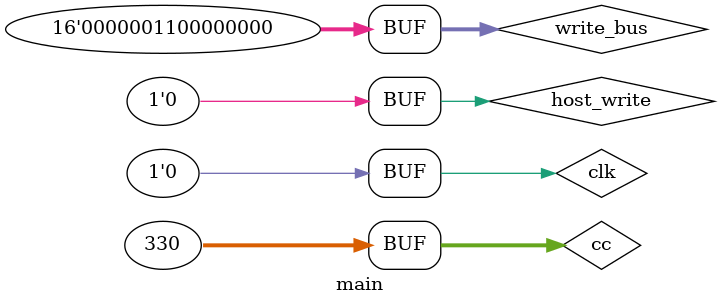
<source format=v>
`timescale 1ns / 1ns
module main();
	integer cc;
	reg clk;
	reg host_write;
	reg [15:0] write_bus = 8'b11110010;   // reset
	initial begin
		$dumpfile("adf4xxx.vcd");
		$dumpvars(4,main);
		// 25 MHz clk
		for (cc = 0; cc < 330; cc = cc + 1) begin
			clk = 1; #20;
			host_write = cc%30==20;
			if (cc ==   1) begin write_bus = 12'h300; end  // 1->LE 1->CE
			if (cc ==  31) begin write_bus = 12'h200; end  // 0->LE
			if (cc ==  61) begin write_bus = 12'h655; end  // byte 1 (msb)
			if (cc ==  91) begin write_bus = 12'h617; end  // byte 2
			if (cc == 121) begin write_bus = 12'h6aa; end  // byte 3 (lsb)
			if (cc == 151) begin write_bus = 12'h300; end  // 1->LE
			if (cc == 181) begin write_bus = 12'h200; end  // 0->LE
			if (cc == 211) begin write_bus = 12'h655; end  // byte 1 (msb)
			if (cc == 241) begin write_bus = 12'h617; end  // byte 2
			if (cc == 271) begin write_bus = 12'h6aa; end  // byte 3 (lsb)
			if (cc == 301) begin write_bus = 12'h300; end  // 1->LE
			clk = 0; #20;
		end
	end

	wire [15:0] read_bus;
	wire sclk, sdata, le, ce;

	reg [23:0] chip_sr = 0;
	reg muxout;
	always @(posedge sclk) begin
		chip_sr <= {chip_sr[22:0], sdata};
		muxout <= 1'bx;
		#20;
		muxout = chip_sr[23];
	end

	adf4xxx chip( clk, sclk, sdata, le, muxout, ce,
		host_write, write_bus[10:0], read_bus);
endmodule

</source>
